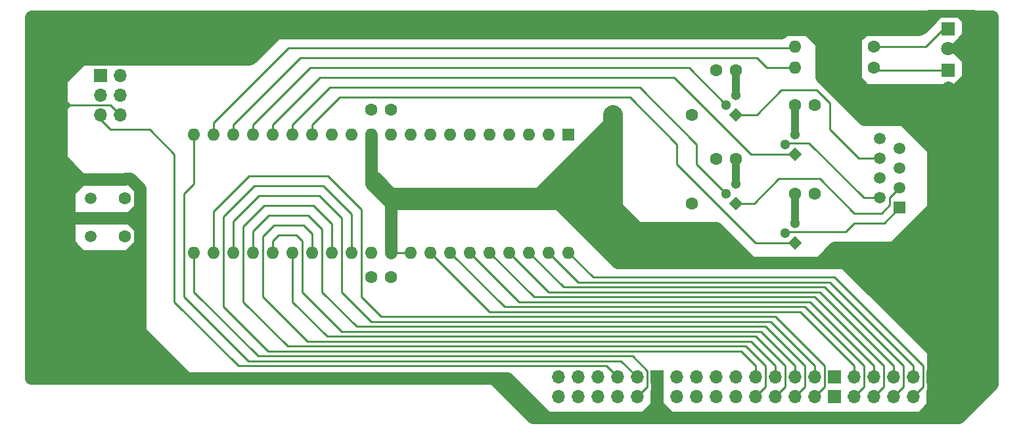
<source format=gbr>
%TF.GenerationSoftware,KiCad,Pcbnew,(5.1.10)-1*%
%TF.CreationDate,2022-06-26T20:44:53-06:00*%
%TF.ProjectId,network_card,6e657477-6f72-46b5-9f63-6172642e6b69,rev?*%
%TF.SameCoordinates,Original*%
%TF.FileFunction,Copper,L1,Top*%
%TF.FilePolarity,Positive*%
%FSLAX46Y46*%
G04 Gerber Fmt 4.6, Leading zero omitted, Abs format (unit mm)*
G04 Created by KiCad (PCBNEW (5.1.10)-1) date 2022-06-26 20:44:53*
%MOMM*%
%LPD*%
G01*
G04 APERTURE LIST*
%TA.AperFunction,ComponentPad*%
%ADD10C,1.800000*%
%TD*%
%TA.AperFunction,ComponentPad*%
%ADD11R,1.800000X1.800000*%
%TD*%
%TA.AperFunction,ComponentPad*%
%ADD12O,1.600000X1.600000*%
%TD*%
%TA.AperFunction,ComponentPad*%
%ADD13C,1.600000*%
%TD*%
%TA.AperFunction,ComponentPad*%
%ADD14R,1.700000X1.700000*%
%TD*%
%TA.AperFunction,ComponentPad*%
%ADD15O,1.700000X1.700000*%
%TD*%
%TA.AperFunction,ComponentPad*%
%ADD16C,1.500000*%
%TD*%
%TA.AperFunction,ComponentPad*%
%ADD17R,1.600000X1.600000*%
%TD*%
%TA.AperFunction,WasherPad*%
%ADD18C,3.650000*%
%TD*%
%TA.AperFunction,ComponentPad*%
%ADD19R,1.500000X1.500000*%
%TD*%
%TA.AperFunction,ComponentPad*%
%ADD20C,1.300000*%
%TD*%
%TA.AperFunction,ComponentPad*%
%ADD21C,0.100000*%
%TD*%
%TA.AperFunction,Conductor*%
%ADD22C,0.250000*%
%TD*%
%TA.AperFunction,Conductor*%
%ADD23C,1.600000*%
%TD*%
%TA.AperFunction,Conductor*%
%ADD24C,2.500000*%
%TD*%
%TA.AperFunction,Conductor*%
%ADD25C,1.000000*%
%TD*%
G04 APERTURE END LIST*
D10*
%TO.P,TX,2*%
%TO.N,N/C*%
X468475060Y-272770600D03*
D11*
%TO.P,TX,1*%
X468475060Y-270230600D03*
%TD*%
D12*
%TO.P,4.7k\u03A9,2*%
%TO.N,N/C*%
X448815460Y-267157200D03*
D13*
%TO.P,4.7k\u03A9,1*%
X458975460Y-267157200D03*
%TD*%
D14*
%TO.P,ISP,1*%
%TO.N,N/C*%
X359280460Y-270857980D03*
D15*
%TO.P,ISP,2*%
X361820460Y-270857980D03*
%TO.P,ISP,3*%
X359280460Y-273397980D03*
%TO.P,ISP,4*%
X361820460Y-273397980D03*
%TO.P,ISP,5*%
X359280460Y-275937980D03*
%TO.P,ISP,6*%
X361820460Y-275937980D03*
%TD*%
D13*
%TO.P,4.7k\u03A9,1*%
%TO.N,N/C*%
X458975460Y-269892780D03*
D12*
%TO.P,4.7k\u03A9,2*%
X448815460Y-269892780D03*
%TD*%
D13*
%TO.P,20pf,2*%
%TO.N,N/C*%
X362455460Y-284232980D03*
%TO.P,20pf,1*%
X362455460Y-286732980D03*
%TD*%
D16*
%TO.P, ,2*%
%TO.N,N/C*%
X358010460Y-291632980D03*
%TO.P, ,1*%
X358010460Y-286732980D03*
%TD*%
D13*
%TO.P,20pf,1*%
%TO.N,N/C*%
X362455460Y-294135180D03*
%TO.P,20pf,2*%
X362455460Y-291635180D03*
%TD*%
%TO.P,0.1uf,1*%
%TO.N,N/C*%
X448815460Y-286097980D03*
%TO.P,0.1uf,2*%
X451315460Y-286097980D03*
%TD*%
%TO.P,0.1uf,1*%
%TO.N,N/C*%
X394205460Y-275302980D03*
%TO.P,0.1uf,2*%
X396705460Y-275302980D03*
%TD*%
%TO.P,0.1uf,1*%
%TO.N,N/C*%
X394205460Y-296892980D03*
%TO.P,0.1uf,2*%
X396705460Y-296892980D03*
%TD*%
D10*
%TO.P,RX,2*%
%TO.N,N/C*%
X468475060Y-267403580D03*
D11*
%TO.P,RX,1*%
X468475060Y-264863580D03*
%TD*%
D15*
%TO.P,20pin conn.,40*%
%TO.N,N/C*%
X418299900Y-312326020D03*
%TO.P,20pin conn.,39*%
X418299900Y-309786020D03*
%TO.P,20pin conn.,38*%
X420839900Y-312326020D03*
%TO.P,20pin conn.,37*%
X420839900Y-309786020D03*
%TO.P,20pin conn.,36*%
X423379900Y-312326020D03*
%TO.P,20pin conn.,35*%
X423379900Y-309786020D03*
%TO.P,20pin conn.,34*%
X425919900Y-312326020D03*
%TO.P,20pin conn.,33*%
X425919900Y-309786020D03*
%TO.P,20pin conn.,32*%
X428459900Y-312326020D03*
%TO.P,20pin conn.,31*%
X428459900Y-309786020D03*
D14*
%TO.P,20pin conn.,30*%
X430999900Y-312326020D03*
%TO.P,20pin conn.,29*%
X430999900Y-309786020D03*
D15*
%TO.P,20pin conn.,28*%
X433539900Y-312326020D03*
%TO.P,20pin conn.,27*%
X433539900Y-309786020D03*
%TO.P,20pin conn.,26*%
X436079900Y-312326020D03*
%TO.P,20pin conn.,25*%
X436079900Y-309786020D03*
%TO.P,20pin conn.,24*%
X438619900Y-312326020D03*
%TO.P,20pin conn.,23*%
X438619900Y-309786020D03*
%TO.P,20pin conn.,22*%
X441159900Y-312326020D03*
%TO.P,20pin conn.,21*%
X441159900Y-309786020D03*
%TO.P,20pin conn.,20*%
X443699900Y-312326020D03*
%TO.P,20pin conn.,19*%
X443699900Y-309786020D03*
%TO.P,20pin conn.,18*%
X446239900Y-312326020D03*
%TO.P,20pin conn.,17*%
X446239900Y-309786020D03*
%TO.P,20pin conn.,16*%
X448779900Y-312326020D03*
%TO.P,20pin conn.,15*%
X448779900Y-309786020D03*
%TO.P,20pin conn.,14*%
X451319900Y-312326020D03*
%TO.P,20pin conn.,13*%
X451319900Y-309786020D03*
D14*
%TO.P,20pin conn.,12*%
X453859900Y-312326020D03*
%TO.P,20pin conn.,11*%
X453859900Y-309786020D03*
D15*
%TO.P,20pin conn.,10*%
X456399900Y-312326020D03*
%TO.P,20pin conn.,9*%
X456399900Y-309786020D03*
%TO.P,20pin conn.,8*%
X458939900Y-312326020D03*
%TO.P,20pin conn.,7*%
X458939900Y-309786020D03*
%TO.P,20pin conn.,6*%
X461479900Y-312326020D03*
%TO.P,20pin conn.,5*%
X461479900Y-309786020D03*
%TO.P,20pin conn.,4*%
X464019900Y-312326020D03*
%TO.P,20pin conn.,3*%
X464019900Y-309786020D03*
D14*
%TO.P,20pin conn.,2*%
X466559900Y-312326020D03*
%TO.P,20pin conn.,1*%
X466559900Y-309786020D03*
%TD*%
D17*
%TO.P,atmega164,1*%
%TO.N,N/C*%
X419605460Y-278477980D03*
D12*
%TO.P,atmega164,21*%
X371345460Y-293717980D03*
%TO.P,atmega164,2*%
X417065460Y-278477980D03*
%TO.P,atmega164,22*%
X373885460Y-293717980D03*
%TO.P,atmega164,3*%
X414525460Y-278477980D03*
%TO.P,atmega164,23*%
X376425460Y-293717980D03*
%TO.P,atmega164,4*%
X411985460Y-278477980D03*
%TO.P,atmega164,24*%
X378965460Y-293717980D03*
%TO.P,atmega164,5*%
X409445460Y-278477980D03*
%TO.P,atmega164,25*%
X381505460Y-293717980D03*
%TO.P,atmega164,6*%
X406905460Y-278477980D03*
%TO.P,atmega164,26*%
X384045460Y-293717980D03*
%TO.P,atmega164,7*%
X404365460Y-278477980D03*
%TO.P,atmega164,27*%
X386585460Y-293717980D03*
%TO.P,atmega164,8*%
X401825460Y-278477980D03*
%TO.P,atmega164,28*%
X389125460Y-293717980D03*
%TO.P,atmega164,9*%
X399285460Y-278477980D03*
%TO.P,atmega164,29*%
X391665460Y-293717980D03*
%TO.P,atmega164,10*%
X396745460Y-278477980D03*
%TO.P,atmega164,30*%
X394205460Y-293717980D03*
%TO.P,atmega164,11*%
X394205460Y-278477980D03*
%TO.P,atmega164,31*%
X396745460Y-293717980D03*
%TO.P,atmega164,12*%
X391665460Y-278477980D03*
%TO.P,atmega164,32*%
X399285460Y-293717980D03*
%TO.P,atmega164,13*%
X389125460Y-278477980D03*
%TO.P,atmega164,33*%
X401825460Y-293717980D03*
%TO.P,atmega164,14*%
X386585460Y-278477980D03*
%TO.P,atmega164,34*%
X404365460Y-293717980D03*
%TO.P,atmega164,15*%
X384045460Y-278477980D03*
%TO.P,atmega164,35*%
X406905460Y-293717980D03*
%TO.P,atmega164,16*%
X381505460Y-278477980D03*
%TO.P,atmega164,36*%
X409445460Y-293717980D03*
%TO.P,atmega164,17*%
X378965460Y-278477980D03*
%TO.P,atmega164,37*%
X411985460Y-293717980D03*
%TO.P,atmega164,18*%
X376425460Y-278477980D03*
%TO.P,atmega164,38*%
X414525460Y-293717980D03*
%TO.P,atmega164,19*%
X373885460Y-278477980D03*
%TO.P,atmega164,39*%
X417065460Y-293717980D03*
%TO.P,atmega164,20*%
X371345460Y-278477980D03*
%TO.P,atmega164,40*%
X419605460Y-293717980D03*
%TD*%
D18*
%TO.P,RJ45,*%
%TO.N,*%
X468627460Y-277766780D03*
X468627460Y-289196780D03*
D19*
%TO.P,RJ45,1*%
%TO.N,N/C*%
X462277460Y-287926780D03*
D16*
%TO.P,RJ45,2*%
X459737460Y-286656780D03*
%TO.P,RJ45,3*%
X462277460Y-285386780D03*
%TO.P,RJ45,4*%
X459737460Y-284116780D03*
%TO.P,RJ45,5*%
X462277460Y-282846780D03*
%TO.P,RJ45,6*%
X459737460Y-281576780D03*
%TO.P,RJ45,7*%
X462277460Y-280306780D03*
%TO.P,RJ45,8*%
X459737460Y-279036780D03*
%TD*%
D20*
%TO.P,BC547B,2*%
%TO.N,N/C*%
X439925460Y-274667980D03*
%TO.P,BC547B,3*%
X441195460Y-273397980D03*
%TA.AperFunction,ComponentPad*%
D21*
%TO.P,BC547B,1*%
G36*
X442114699Y-275937980D02*
G01*
X441195460Y-276857219D01*
X440276221Y-275937980D01*
X441195460Y-275018741D01*
X442114699Y-275937980D01*
G37*
%TD.AperFunction*%
%TD*%
%TA.AperFunction,ComponentPad*%
%TO.P,BC547B,1*%
%TO.N,N/C*%
G36*
X449734699Y-281017980D02*
G01*
X448815460Y-281937219D01*
X447896221Y-281017980D01*
X448815460Y-280098741D01*
X449734699Y-281017980D01*
G37*
%TD.AperFunction*%
D20*
%TO.P,BC547B,3*%
X448815460Y-278477980D03*
%TO.P,BC547B,2*%
X447545460Y-279747980D03*
%TD*%
%TA.AperFunction,ComponentPad*%
D21*
%TO.P,BC547B,1*%
%TO.N,N/C*%
G36*
X449734699Y-292447980D02*
G01*
X448815460Y-293367219D01*
X447896221Y-292447980D01*
X448815460Y-291528741D01*
X449734699Y-292447980D01*
G37*
%TD.AperFunction*%
D20*
%TO.P,BC547B,3*%
X448815460Y-289907980D03*
%TO.P,BC547B,2*%
X447545460Y-291177980D03*
%TD*%
%TO.P,BC547B,2*%
%TO.N,N/C*%
X439925460Y-286097980D03*
%TO.P,BC547B,3*%
X441195460Y-284827980D03*
%TA.AperFunction,ComponentPad*%
D21*
%TO.P,BC547B,1*%
G36*
X442114699Y-287367980D02*
G01*
X441195460Y-288287219D01*
X440276221Y-287367980D01*
X441195460Y-286448741D01*
X442114699Y-287367980D01*
G37*
%TD.AperFunction*%
%TD*%
D12*
%TO.P,100k\u03A9,2*%
%TO.N,N/C*%
X425320460Y-275937980D03*
D13*
%TO.P,100k\u03A9,1*%
X435480460Y-275937980D03*
%TD*%
D12*
%TO.P,100k\u03A9,2*%
%TO.N,N/C*%
X425320460Y-287367980D03*
D13*
%TO.P,100k\u03A9,1*%
X435480460Y-287367980D03*
%TD*%
%TO.P,0.1uf,1*%
%TO.N,N/C*%
X438655460Y-270222980D03*
%TO.P,0.1uf,2*%
X441155460Y-270222980D03*
%TD*%
%TO.P,0.1uf,2*%
%TO.N,N/C*%
X441155460Y-281652980D03*
%TO.P,0.1uf,1*%
X438655460Y-281652980D03*
%TD*%
%TO.P,0.1uf,2*%
%TO.N,N/C*%
X451315460Y-274667980D03*
%TO.P,0.1uf,1*%
X448815460Y-274667980D03*
%TD*%
D22*
%TO.N,*%
X409445460Y-301337980D02*
X401825460Y-293717980D01*
X450720460Y-300067980D02*
X413255460Y-300067980D01*
X456399900Y-308287420D02*
X449450460Y-301337980D01*
X458939900Y-308287420D02*
X450720460Y-300067980D01*
X456399900Y-309786020D02*
X456399900Y-308287420D01*
X404365460Y-293717980D02*
X411350460Y-300702980D01*
X411350460Y-300702980D02*
X450085460Y-300702980D01*
X457705460Y-308322980D02*
X457705460Y-311020460D01*
X457705460Y-311020460D02*
X456399900Y-312326020D01*
X458939900Y-309786020D02*
X458939900Y-308287420D01*
X449450460Y-301337980D02*
X409445460Y-301337980D01*
X460245460Y-311020460D02*
X460245460Y-308322980D01*
X451355460Y-299432980D02*
X415160460Y-299432980D01*
X460245460Y-308322980D02*
X451355460Y-299432980D01*
X458939900Y-312326020D02*
X460245460Y-311020460D01*
X450085460Y-300702980D02*
X457705460Y-308322980D01*
X413255460Y-300067980D02*
X406905460Y-293717980D01*
X415160460Y-299432980D02*
X409445460Y-293717980D01*
X461479900Y-309786020D02*
X461479900Y-308287420D01*
X461479900Y-308287420D02*
X451990460Y-298797980D01*
X451990460Y-298797980D02*
X417065460Y-298797980D01*
X417065460Y-298797980D02*
X411985460Y-293717980D01*
X461479900Y-312326020D02*
X462785460Y-311020460D01*
X462785460Y-311020460D02*
X462785460Y-308322980D01*
X462785460Y-308322980D02*
X452625460Y-298162980D01*
X452625460Y-298162980D02*
X418970460Y-298162980D01*
X418970460Y-298162980D02*
X414525460Y-293717980D01*
X464019900Y-309786020D02*
X464019900Y-308287420D01*
X464019900Y-308287420D02*
X453260460Y-297527980D01*
X453260460Y-297527980D02*
X420875460Y-297527980D01*
X420875460Y-297527980D02*
X417065460Y-293717980D01*
X464019900Y-312326020D02*
X465325460Y-311020460D01*
X465325460Y-311020460D02*
X465325460Y-308322980D01*
X465325460Y-308322980D02*
X453895460Y-296892980D01*
X453895460Y-296892980D02*
X422780460Y-296892980D01*
X422780460Y-296892980D02*
X419605460Y-293717980D01*
D23*
X432618490Y-314986010D02*
X465003490Y-314986010D01*
D22*
X446239900Y-312326020D02*
X447545460Y-311020460D01*
X447545460Y-311020460D02*
X447545460Y-308322980D01*
X447545460Y-308322980D02*
X443735460Y-304512980D01*
X443735460Y-304512980D02*
X388490460Y-304512980D01*
X388490460Y-304512980D02*
X384045460Y-300067980D01*
X384045460Y-300067980D02*
X384045460Y-293717980D01*
X425919900Y-309786020D02*
X424456860Y-308322980D01*
X424456860Y-308322980D02*
X377060460Y-308322980D01*
X377060460Y-308322980D02*
X368805460Y-300067980D01*
X368805460Y-300067980D02*
X368805460Y-281017980D01*
X368805460Y-281017980D02*
X365630460Y-277842980D01*
X365630460Y-277842980D02*
X360550460Y-277842980D01*
X360550460Y-277842980D02*
X359280460Y-276572980D01*
X359280460Y-276572980D02*
X359280460Y-275937980D01*
X428459900Y-309786020D02*
X426361860Y-307687980D01*
X426361860Y-307687980D02*
X378330460Y-307687980D01*
X378330460Y-307687980D02*
X370075460Y-299432980D01*
X370075460Y-299432980D02*
X370075460Y-286097980D01*
X370075460Y-286097980D02*
X371345460Y-284827980D01*
X371345460Y-284827980D02*
X371345460Y-278477980D01*
X428459900Y-312326020D02*
X429765460Y-311020460D01*
X429765460Y-311020460D02*
X429765460Y-308957980D01*
X429765460Y-308957980D02*
X427860460Y-307052980D01*
X427860460Y-307052980D02*
X379600460Y-307052980D01*
X379600460Y-307052980D02*
X371345460Y-298797980D01*
X371345460Y-298797980D02*
X371345460Y-293717980D01*
D23*
X409886249Y-309906010D02*
X411663490Y-309906010D01*
X411663490Y-309906010D02*
X416743490Y-314986010D01*
X416743490Y-314986010D02*
X416752430Y-314986010D01*
X364360460Y-303877980D02*
X370388490Y-309906010D01*
X370388490Y-309906010D02*
X371667430Y-309906010D01*
X368170460Y-308957980D02*
X368170460Y-309592980D01*
X368170460Y-309592980D02*
X367857430Y-309906010D01*
X366900460Y-307687980D02*
X366900460Y-309584040D01*
X366900460Y-309584040D02*
X366578490Y-309906010D01*
X365630460Y-306417980D02*
X365630460Y-309584040D01*
X365630460Y-309584040D02*
X365308490Y-309906010D01*
X364360460Y-305147980D02*
X364360460Y-309584040D01*
X364360460Y-309584040D02*
X364038490Y-309906010D01*
X363090460Y-303877980D02*
X363090460Y-309584040D01*
X363090460Y-309584040D02*
X362768490Y-309906010D01*
X361820460Y-302607980D02*
X361820460Y-309592980D01*
X361820460Y-309592980D02*
X361507430Y-309906010D01*
X360550460Y-301337980D02*
X360550460Y-309584040D01*
X360550460Y-309584040D02*
X360228490Y-309906010D01*
X359280460Y-300067980D02*
X359280460Y-309584040D01*
X359280460Y-309584040D02*
X358958490Y-309906010D01*
X358010460Y-298797980D02*
X358010460Y-309592980D01*
X358010460Y-309592980D02*
X357697430Y-309906010D01*
X356740460Y-297527980D02*
X356740460Y-308949040D01*
X356740460Y-308949040D02*
X357697430Y-309906010D01*
X355470460Y-296257980D02*
X355470460Y-309584040D01*
X355470460Y-309584040D02*
X355148490Y-309906010D01*
X354200460Y-293717980D02*
X354200460Y-308949040D01*
X354200460Y-308949040D02*
X353243490Y-309906010D01*
X353243490Y-309906010D02*
X352930460Y-309592980D01*
X352930460Y-309592980D02*
X352930460Y-263237980D01*
X351660460Y-263237980D02*
X351660460Y-309592980D01*
X351660460Y-309592980D02*
X351973490Y-309906010D01*
X350270470Y-309906010D02*
X350270470Y-263357970D01*
X350270470Y-263357970D02*
X350390460Y-263237980D01*
X416752430Y-314986010D02*
X414966248Y-314986010D01*
X414966248Y-314986010D02*
X409886249Y-309906010D01*
X409886249Y-309906010D02*
X350270470Y-309906010D01*
D24*
X378460000Y-268317980D02*
X382270000Y-264507980D01*
X384045460Y-264507980D02*
X464690460Y-264507980D01*
X357375460Y-264507980D02*
X382140460Y-264507980D01*
X356105460Y-265777980D02*
X380870460Y-265777980D01*
X353565460Y-271492980D02*
X358645460Y-266412980D01*
D25*
X448815460Y-274667980D02*
X448815460Y-278477980D01*
X448815460Y-286097980D02*
X448815460Y-289907980D01*
D24*
X355787960Y-264190480D02*
X354200460Y-265777980D01*
D23*
X354200460Y-263872980D02*
X354200460Y-265777980D01*
X354200460Y-265777980D02*
X354200460Y-268317980D01*
X354200460Y-268317980D02*
X354200460Y-281652980D01*
X466559900Y-312326020D02*
X466559900Y-313429600D01*
X466559900Y-313429600D02*
X465003490Y-314986010D01*
X466595460Y-296186860D02*
X466559900Y-296222420D01*
X466559900Y-312326020D02*
X466559900Y-312732420D01*
X466559900Y-312732420D02*
X467865460Y-314037980D01*
X466559900Y-309786020D02*
X466559900Y-312326020D01*
D24*
X363090460Y-296257980D02*
X363725460Y-295622980D01*
X361820460Y-294987980D02*
X363090460Y-296257980D01*
X359915460Y-294987980D02*
X363725460Y-298797980D01*
X358010460Y-295622980D02*
X363725460Y-301337980D01*
D23*
X356740460Y-296257980D02*
X364360460Y-303877980D01*
X364360460Y-292656580D02*
X364360460Y-303877980D01*
X355192960Y-285820480D02*
X354280460Y-286732980D01*
X356780460Y-284232980D02*
X355192960Y-285820480D01*
X356780460Y-294175180D02*
X354944360Y-292339080D01*
X354944360Y-292339080D02*
X354200460Y-291595180D01*
X355192960Y-285820480D02*
X355192960Y-292090480D01*
X355192960Y-292090480D02*
X354944360Y-292339080D01*
X364360460Y-290542980D02*
X364360460Y-288002980D01*
X362455460Y-294135180D02*
X362881860Y-294135180D01*
X362881860Y-294135180D02*
X364360460Y-292656580D01*
X364360460Y-292656580D02*
X364360460Y-290542980D01*
X364360460Y-290542980D02*
X363090460Y-289272980D01*
X354200460Y-289272980D02*
X363090460Y-289272980D01*
X363090460Y-289272980D02*
X364360460Y-288002980D01*
X364360460Y-288002980D02*
X364360460Y-285462980D01*
X363090460Y-284192980D02*
X362495460Y-284192980D01*
X364360460Y-285462980D02*
X363090460Y-284192980D01*
X362495460Y-284192980D02*
X362455460Y-284232980D01*
X354200460Y-289272980D02*
X354200460Y-293717980D01*
X354200460Y-286732980D02*
X354200460Y-289272980D01*
X356918260Y-294175180D02*
X355470460Y-294175180D01*
X354200460Y-293717980D02*
X356740460Y-296257980D01*
X362455460Y-294175180D02*
X356918260Y-294175180D01*
X356918260Y-294175180D02*
X356918260Y-296080180D01*
X362455460Y-284232980D02*
X355470460Y-284232980D01*
X356780460Y-284232980D02*
X354200460Y-281652980D01*
X354200460Y-281652980D02*
X354200460Y-286732980D01*
X354280460Y-286732980D02*
X354200460Y-286732980D01*
X432618490Y-314986010D02*
X416752430Y-314986010D01*
X431670460Y-314037980D02*
X432618490Y-314986010D01*
X430999900Y-313367420D02*
X431670460Y-314037980D01*
X430999900Y-313367420D02*
X429381310Y-314986010D01*
X430999900Y-309786020D02*
X430999900Y-313367420D01*
D22*
X396745460Y-293717980D02*
X399285460Y-293717980D01*
D23*
X394205460Y-284827980D02*
X396745460Y-287367980D01*
X396745460Y-287367980D02*
X396745460Y-293717980D01*
D25*
X441155460Y-281652980D02*
X441155460Y-284787980D01*
X441155460Y-284787980D02*
X441195460Y-284827980D01*
X441155460Y-270222980D02*
X441155460Y-273357980D01*
X441155460Y-273357980D02*
X441195460Y-273397980D01*
D23*
X471675460Y-312767980D02*
X471893521Y-312986041D01*
X471675460Y-263237980D02*
X471675460Y-312767980D01*
X472945460Y-311497980D02*
X473163521Y-311716041D01*
X472945460Y-263237980D02*
X472945460Y-311497980D01*
X414525460Y-287367980D02*
X396745460Y-287367980D01*
X425320460Y-275937980D02*
X425320460Y-276572980D01*
D24*
X417065460Y-286097980D02*
X424050460Y-286097980D01*
X424050460Y-279112980D02*
X418970460Y-284192980D01*
X418970460Y-284192980D02*
X422145460Y-284192980D01*
X425320460Y-287367980D02*
X425320460Y-275937980D01*
X423415460Y-284827980D02*
X423415460Y-280382980D01*
X422145460Y-285462980D02*
X422145460Y-281017980D01*
D23*
X432940460Y-294987980D02*
X429130460Y-291177980D01*
X471675460Y-298797980D02*
X459610460Y-298797980D01*
X460880460Y-276572980D02*
X467865460Y-276572980D01*
X466559900Y-306453540D02*
X466559900Y-306382420D01*
X469770460Y-296892980D02*
X457705460Y-296892980D01*
X422145460Y-291177980D02*
X425955460Y-294987980D01*
X466559900Y-306453540D02*
X466559900Y-314866020D01*
X431035460Y-291812980D02*
X438655460Y-291812980D01*
X466595460Y-294352980D02*
X454530460Y-294352980D01*
X418335460Y-287367980D02*
X422145460Y-291177980D01*
X474215460Y-301337980D02*
X462150460Y-301337980D01*
X429130460Y-291177980D02*
X425320460Y-287367980D01*
X429130460Y-291177980D02*
X422145460Y-291177980D01*
X466559900Y-296222420D02*
X466559900Y-306453540D01*
X466595460Y-273397980D02*
X466595460Y-279112980D01*
X438655460Y-290542980D02*
X443100460Y-294987980D01*
X432305460Y-293082980D02*
X439925460Y-293082980D01*
X457705460Y-274032980D02*
X458975460Y-274032980D01*
X455295000Y-273050000D02*
X455295000Y-267970000D01*
X425955460Y-294987980D02*
X432940460Y-294987980D01*
X466595460Y-279112980D02*
X466595460Y-288002980D01*
X458975460Y-274032980D02*
X465960460Y-274032980D01*
X418335460Y-287367980D02*
X425320460Y-287367980D01*
X421510460Y-290542980D02*
X438655460Y-290542980D01*
X455930000Y-266700000D02*
X457835000Y-264795000D01*
X443100460Y-294987980D02*
X432940460Y-294987980D01*
X414525460Y-287367980D02*
X418335460Y-287367980D01*
X456565000Y-271492980D02*
X458470000Y-273397980D01*
X455165460Y-294987980D02*
X451990460Y-294987980D01*
X464690460Y-290542980D02*
X467230460Y-290542980D01*
X394205460Y-278477980D02*
X394205460Y-283557980D01*
X430400460Y-292447980D02*
X423415460Y-292447980D01*
X425320460Y-276572980D02*
X415795460Y-286097980D01*
X463420460Y-291812980D02*
X465960460Y-291812980D01*
X463420460Y-302607980D02*
X465960460Y-302607980D01*
X433575460Y-293717980D02*
X441195460Y-293717980D01*
X394840460Y-284192980D02*
X394205460Y-283557980D01*
X461515460Y-293082980D02*
X466595460Y-288002980D01*
X394205460Y-283557980D02*
X394205460Y-284827980D01*
X415795460Y-286097980D02*
X414525460Y-287367980D01*
X466595460Y-288002980D02*
X466595460Y-296186860D01*
X415795460Y-286097980D02*
X396745460Y-286097980D01*
X472945460Y-300067980D02*
X460880460Y-300067980D01*
X451990460Y-294987980D02*
X453895460Y-293082980D01*
X468500460Y-295622980D02*
X456435460Y-295622980D01*
X464690460Y-303877980D02*
X467230460Y-303877980D01*
X462785460Y-293082980D02*
X465325460Y-293082980D01*
X470405460Y-298162980D02*
X458340460Y-298162980D01*
X451990460Y-294987980D02*
X443100460Y-294987980D01*
X463420460Y-303242980D02*
X455165460Y-294987980D01*
X453895460Y-293082980D02*
X461515460Y-293082980D01*
X396745460Y-286097980D02*
X394840460Y-284192980D01*
X466559900Y-306382420D02*
X463420460Y-303242980D01*
X427225460Y-289272980D02*
X420240460Y-289272980D01*
X431670460Y-293717980D02*
X424685460Y-293717980D01*
X464055460Y-277842980D02*
X471040460Y-277842980D01*
X425955460Y-288002980D02*
X418970460Y-288002980D01*
X462785460Y-276572980D02*
X457705460Y-276572980D01*
X455165460Y-269587980D02*
X448815460Y-263237980D01*
X466595460Y-280382980D02*
X462785460Y-276572980D01*
X457070460Y-275302980D02*
X465960460Y-275302980D01*
X457070460Y-273397980D02*
X457705460Y-274032980D01*
D22*
X378965460Y-277207980D02*
X378965460Y-278477980D01*
X386298440Y-269875000D02*
X378965460Y-277207980D01*
X435132480Y-269875000D02*
X386298440Y-269875000D01*
X439925460Y-274667980D02*
X435132480Y-269875000D01*
X381505460Y-277207980D02*
X381505460Y-278477980D01*
X433227480Y-271145000D02*
X387568440Y-271145000D01*
X443100460Y-281017980D02*
X433227480Y-271145000D01*
X387568440Y-271145000D02*
X381505460Y-277207980D01*
X448815460Y-281017980D02*
X443100460Y-281017980D01*
X436115460Y-279747980D02*
X436115460Y-282287980D01*
X428782480Y-272415000D02*
X436115460Y-279747980D01*
X388838440Y-272415000D02*
X428782480Y-272415000D01*
X436115460Y-282287980D02*
X439925460Y-286097980D01*
X384045460Y-277207980D02*
X388838440Y-272415000D01*
X384045460Y-278477980D02*
X384045460Y-277207980D01*
X445640460Y-292447980D02*
X448815460Y-292447980D01*
X443735460Y-292447980D02*
X445640460Y-292447980D01*
X433575460Y-282287980D02*
X443735460Y-292447980D01*
X433575460Y-279747980D02*
X433575460Y-282287980D01*
X427512480Y-273685000D02*
X433575460Y-279747980D01*
X390108440Y-273685000D02*
X427512480Y-273685000D01*
X386585460Y-277207980D02*
X390108440Y-273685000D01*
X386585460Y-278477980D02*
X386585460Y-277207980D01*
X447715640Y-279577800D02*
X447545460Y-279747980D01*
X450550280Y-279577800D02*
X447715640Y-279577800D01*
X457629260Y-286656780D02*
X450550280Y-279577800D01*
X459737460Y-286656780D02*
X457629260Y-286656780D01*
X447715640Y-291007800D02*
X447545460Y-291177980D01*
X456435460Y-289907980D02*
X455335640Y-291007800D01*
X460296260Y-289907980D02*
X456435460Y-289907980D01*
X455335640Y-291007800D02*
X447715640Y-291007800D01*
X462277460Y-287926780D02*
X460296260Y-289907980D01*
D23*
X452198740Y-271066260D02*
X456326240Y-275193760D01*
X452198740Y-265986260D02*
X452198740Y-271066260D01*
X455800460Y-269587980D02*
X452198740Y-265986260D01*
X457705460Y-276572980D02*
X456326240Y-275193760D01*
X452198740Y-265986260D02*
X449450460Y-263237980D01*
X452755000Y-270510000D02*
X455642980Y-273397980D01*
X452755000Y-269240000D02*
X455642980Y-272127980D01*
X453390000Y-265430000D02*
X456277980Y-268317980D01*
X454025000Y-264795000D02*
X455930000Y-266700000D01*
X456565000Y-271780000D02*
X456565000Y-265430000D01*
X350390460Y-263237980D02*
X466377020Y-263237980D01*
X469135460Y-273050000D02*
X468500460Y-272415000D01*
X468178490Y-314986010D02*
X469135460Y-314029040D01*
X469135460Y-314029040D02*
X469135460Y-273050000D01*
X467865460Y-314672980D02*
X468178490Y-314986010D01*
X467865460Y-273397980D02*
X467865460Y-314672980D01*
X470405460Y-314037980D02*
X470623521Y-314256041D01*
X470405460Y-272920460D02*
X470405460Y-314037980D01*
X471040460Y-272285460D02*
X470405460Y-272920460D01*
X471040460Y-263237980D02*
X471040460Y-272285460D01*
X474215460Y-263237980D02*
X471040460Y-263237980D01*
X474215460Y-310664102D02*
X474215460Y-263237980D01*
X469893552Y-314986010D02*
X474215460Y-310664102D01*
X465003490Y-314986010D02*
X469893552Y-314986010D01*
X471675460Y-270639540D02*
X469265000Y-273050000D01*
X468152480Y-272762980D02*
X468500460Y-272415000D01*
X457070460Y-272762980D02*
X468152480Y-272762980D01*
X456435460Y-272127980D02*
X457070460Y-272762980D01*
X456435460Y-274032980D02*
X456435460Y-272127980D01*
X455800460Y-274667980D02*
X456435460Y-274032980D01*
X456326240Y-275193760D02*
X455800460Y-274667980D01*
D25*
X471797380Y-262938260D02*
X466082380Y-262938260D01*
D23*
X465107020Y-264795000D02*
X466377020Y-263525000D01*
D25*
X466316060Y-264012680D02*
X467342220Y-262986520D01*
D23*
X447040000Y-265430000D02*
X449232020Y-263237980D01*
X379730000Y-265430000D02*
X447040000Y-265430000D01*
D22*
X445152780Y-269892780D02*
X448815460Y-269892780D01*
X443865000Y-268605000D02*
X445152780Y-269892780D01*
X385028440Y-268605000D02*
X443865000Y-268605000D01*
X376425460Y-277207980D02*
X385028440Y-268605000D01*
X376425460Y-278477980D02*
X376425460Y-277207980D01*
X383540000Y-267335000D02*
X448637660Y-267335000D01*
X373885460Y-276989540D02*
X383540000Y-267335000D01*
X448637660Y-267335000D02*
X448815460Y-267157200D01*
X373885460Y-278477980D02*
X373885460Y-276989540D01*
D24*
X355470460Y-268317980D02*
X378460000Y-268317980D01*
X379442980Y-267047980D02*
X379586490Y-267191490D01*
X355470460Y-267047980D02*
X379442980Y-267047980D01*
D25*
X471170000Y-265430000D02*
X469265000Y-267335000D01*
X469265000Y-267403580D02*
X470971880Y-269110460D01*
X468475060Y-267403580D02*
X470684860Y-267403580D01*
D22*
X467926420Y-264863580D02*
X468475060Y-264863580D01*
X465632800Y-267157200D02*
X467926420Y-264863580D01*
X458975460Y-267157200D02*
X465632800Y-267157200D01*
X459331060Y-270230600D02*
X458975460Y-269875000D01*
X468475060Y-270230600D02*
X459331060Y-270230600D01*
X381505460Y-292229540D02*
X381505460Y-293717980D01*
X384531870Y-291465000D02*
X382270000Y-291465000D01*
X385315460Y-292248590D02*
X384531870Y-291465000D01*
X382270000Y-291465000D02*
X381505460Y-292229540D01*
X385315460Y-298797980D02*
X385315460Y-292248590D01*
X390395460Y-303877980D02*
X385315460Y-298797980D01*
X444370460Y-303877980D02*
X390395460Y-303877980D01*
X448779900Y-308287420D02*
X444370460Y-303877980D01*
X448779900Y-309786020D02*
X448779900Y-308287420D01*
X386585460Y-291335460D02*
X386585460Y-293717980D01*
X385445000Y-290195000D02*
X386585460Y-291335460D01*
X380235460Y-291594540D02*
X381635000Y-290195000D01*
X380235460Y-299432980D02*
X380235460Y-291594540D01*
X385950460Y-305147980D02*
X380235460Y-299432980D01*
X381635000Y-290195000D02*
X385445000Y-290195000D01*
X443100460Y-305147980D02*
X385950460Y-305147980D01*
X446239900Y-308287420D02*
X443100460Y-305147980D01*
X446239900Y-309786020D02*
X446239900Y-308287420D01*
X450085460Y-311020460D02*
X448779900Y-312326020D01*
X450085460Y-308322980D02*
X450085460Y-311020460D01*
X392300460Y-303242980D02*
X445005460Y-303242980D01*
X387855460Y-298797980D02*
X392300460Y-303242980D01*
X387855460Y-290700460D02*
X387855460Y-298797980D01*
X445005460Y-303242980D02*
X450085460Y-308322980D01*
X386080000Y-288925000D02*
X387855460Y-290700460D01*
X381000000Y-288925000D02*
X386080000Y-288925000D01*
X378965460Y-290959540D02*
X381000000Y-288925000D01*
X378965460Y-293717980D02*
X378965460Y-290959540D01*
X445005460Y-311020460D02*
X443699900Y-312326020D01*
X445005460Y-308322980D02*
X445005460Y-311020460D01*
X377695460Y-300067980D02*
X383410460Y-305782980D01*
X383410460Y-305782980D02*
X442465460Y-305782980D01*
X377695460Y-290324540D02*
X377695460Y-300067980D01*
X380365000Y-287655000D02*
X377695460Y-290324540D01*
X389125460Y-290065460D02*
X386715000Y-287655000D01*
X442465460Y-305782980D02*
X445005460Y-308322980D01*
X386715000Y-287655000D02*
X380365000Y-287655000D01*
X389125460Y-293717980D02*
X389125460Y-290065460D01*
X376425460Y-289689540D02*
X376425460Y-293717980D01*
X387508750Y-286385000D02*
X379730000Y-286385000D01*
X390395460Y-289271710D02*
X387508750Y-286385000D01*
X390395460Y-298797980D02*
X390395460Y-289271710D01*
X394205460Y-302607980D02*
X390395460Y-298797980D01*
X445640460Y-302607980D02*
X394205460Y-302607980D01*
X451319900Y-308287420D02*
X445640460Y-302607980D01*
X379730000Y-286385000D02*
X376425460Y-289689540D01*
X451319900Y-309786020D02*
X451319900Y-308287420D01*
X391665460Y-288795460D02*
X391665460Y-293717980D01*
X379095000Y-285115000D02*
X387985000Y-285115000D01*
X375155460Y-289054540D02*
X379095000Y-285115000D01*
X375155460Y-300702980D02*
X375155460Y-289054540D01*
X387985000Y-285115000D02*
X391665460Y-288795460D01*
X380870460Y-306417980D02*
X375155460Y-300702980D01*
X443699900Y-308287420D02*
X441830460Y-306417980D01*
X441830460Y-306417980D02*
X380870460Y-306417980D01*
X443699900Y-309786020D02*
X443699900Y-308287420D01*
X373885460Y-288419540D02*
X373885460Y-293717980D01*
X392935460Y-288160460D02*
X388620000Y-283845000D01*
X378460000Y-283845000D02*
X373885460Y-288419540D01*
X392935460Y-299432980D02*
X392935460Y-288160460D01*
X388620000Y-283845000D02*
X378460000Y-283845000D01*
X395475460Y-301972980D02*
X392935460Y-299432980D01*
X446275460Y-301972980D02*
X395475460Y-301972980D01*
X452625460Y-311020460D02*
X452625460Y-308322980D01*
X452625460Y-308322980D02*
X446275460Y-301972980D01*
X451319900Y-312326020D02*
X452625460Y-311020460D01*
X355269800Y-274701000D02*
X354860860Y-275109940D01*
X355269800Y-274701000D02*
X355269800Y-274675600D01*
X355269800Y-274675600D02*
X354736400Y-274142200D01*
X360558080Y-274675600D02*
X354959920Y-274675600D01*
X361820460Y-275937980D02*
X360558080Y-274675600D01*
X443517020Y-287367980D02*
X441195460Y-287367980D01*
X446692020Y-284192980D02*
X443517020Y-287367980D01*
X451990460Y-284192980D02*
X446692020Y-284192980D01*
X456435460Y-288637980D02*
X451990460Y-284192980D01*
X459915260Y-288637980D02*
X456435460Y-288637980D01*
X461007460Y-287545780D02*
X459915260Y-288637980D01*
X461007460Y-286656780D02*
X461007460Y-287545780D01*
X462277460Y-285386780D02*
X461007460Y-286656780D01*
X443834520Y-275937980D02*
X441195460Y-275937980D01*
X447009520Y-272762980D02*
X443834520Y-275937980D01*
X451573900Y-272762980D02*
X447009520Y-272762980D01*
X453260460Y-274449540D02*
X451573900Y-272762980D01*
X453260460Y-277842980D02*
X453260460Y-274449540D01*
X456994260Y-281576780D02*
X453260460Y-277842980D01*
X459737460Y-281576780D02*
X456994260Y-281576780D01*
D25*
X470115900Y-263105900D02*
X471170000Y-264160000D01*
%TD*%
M02*

</source>
